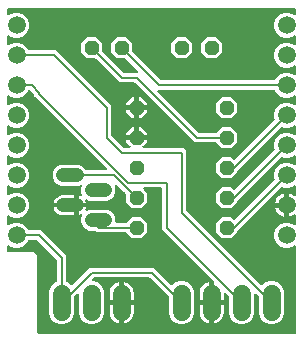
<source format=gbr>
G04 EAGLE Gerber RS-274X export*
G75*
%MOMM*%
%FSLAX34Y34*%
%LPD*%
%INTop Copper*%
%IPPOS*%
%AMOC8*
5,1,8,0,0,1.08239X$1,22.5*%
G01*
%ADD10C,1.143000*%
%ADD11P,1.319650X8X202.500000*%
%ADD12P,1.319650X8X22.500000*%
%ADD13C,1.500000*%
%ADD14C,1.524000*%
%ADD15C,0.203200*%

G36*
X387916Y659393D02*
X387916Y659393D01*
X387974Y659391D01*
X388056Y659413D01*
X388140Y659425D01*
X388193Y659449D01*
X388249Y659463D01*
X388322Y659506D01*
X388399Y659541D01*
X388444Y659579D01*
X388494Y659609D01*
X388552Y659670D01*
X388616Y659725D01*
X388648Y659773D01*
X388688Y659816D01*
X388727Y659891D01*
X388774Y659961D01*
X388791Y660017D01*
X388818Y660069D01*
X388829Y660137D01*
X388859Y660232D01*
X388862Y660332D01*
X388873Y660400D01*
X388873Y733454D01*
X388869Y733483D01*
X388872Y733512D01*
X388849Y733623D01*
X388833Y733736D01*
X388821Y733762D01*
X388816Y733791D01*
X388764Y733892D01*
X388717Y733995D01*
X388698Y734017D01*
X388685Y734043D01*
X388607Y734126D01*
X388534Y734212D01*
X388509Y734228D01*
X388489Y734250D01*
X388391Y734307D01*
X388297Y734370D01*
X388269Y734378D01*
X388244Y734393D01*
X388134Y734421D01*
X388026Y734455D01*
X387997Y734456D01*
X387968Y734463D01*
X387855Y734460D01*
X387742Y734463D01*
X387713Y734455D01*
X387684Y734454D01*
X387576Y734419D01*
X387467Y734391D01*
X387441Y734376D01*
X387413Y734367D01*
X387350Y734321D01*
X387222Y734246D01*
X387179Y734200D01*
X387140Y734172D01*
X386975Y734007D01*
X383098Y732401D01*
X378902Y732401D01*
X375025Y734007D01*
X372057Y736975D01*
X370451Y740852D01*
X370451Y745048D01*
X372057Y748925D01*
X375025Y751893D01*
X378902Y753499D01*
X383098Y753499D01*
X386975Y751893D01*
X387140Y751728D01*
X387164Y751710D01*
X387183Y751688D01*
X387277Y751625D01*
X387367Y751557D01*
X387395Y751547D01*
X387419Y751530D01*
X387527Y751496D01*
X387633Y751456D01*
X387662Y751454D01*
X387690Y751445D01*
X387803Y751442D01*
X387916Y751432D01*
X387945Y751438D01*
X387974Y751437D01*
X388084Y751466D01*
X388195Y751488D01*
X388221Y751502D01*
X388249Y751509D01*
X388347Y751567D01*
X388447Y751619D01*
X388469Y751639D01*
X388494Y751654D01*
X388571Y751737D01*
X388653Y751815D01*
X388668Y751840D01*
X388688Y751862D01*
X388740Y751962D01*
X388797Y752060D01*
X388804Y752089D01*
X388818Y752115D01*
X388831Y752192D01*
X388867Y752336D01*
X388865Y752398D01*
X388873Y752446D01*
X388873Y759667D01*
X388860Y759758D01*
X388857Y759850D01*
X388841Y759898D01*
X388833Y759948D01*
X388796Y760032D01*
X388767Y760119D01*
X388738Y760161D01*
X388717Y760208D01*
X388658Y760278D01*
X388606Y760354D01*
X388566Y760386D01*
X388534Y760425D01*
X388457Y760476D01*
X388386Y760534D01*
X388339Y760554D01*
X388297Y760582D01*
X388209Y760610D01*
X388125Y760646D01*
X388074Y760653D01*
X388026Y760668D01*
X387934Y760670D01*
X387843Y760682D01*
X387792Y760674D01*
X387742Y760675D01*
X387653Y760652D01*
X387562Y760638D01*
X387522Y760618D01*
X387467Y760603D01*
X387330Y760522D01*
X387261Y760488D01*
X386263Y759762D01*
X384854Y759045D01*
X383351Y758557D01*
X383031Y758506D01*
X383031Y767334D01*
X383023Y767392D01*
X383025Y767450D01*
X383003Y767532D01*
X382991Y767615D01*
X382967Y767669D01*
X382953Y767725D01*
X382910Y767798D01*
X382875Y767875D01*
X382837Y767919D01*
X382807Y767970D01*
X382746Y768027D01*
X382691Y768092D01*
X382643Y768124D01*
X382600Y768164D01*
X382525Y768203D01*
X382455Y768249D01*
X382399Y768267D01*
X382347Y768294D01*
X382279Y768305D01*
X382184Y768335D01*
X382084Y768338D01*
X382016Y768349D01*
X380999Y768349D01*
X380999Y768351D01*
X382016Y768351D01*
X382074Y768359D01*
X382132Y768358D01*
X382214Y768379D01*
X382297Y768391D01*
X382351Y768415D01*
X382407Y768429D01*
X382480Y768472D01*
X382557Y768507D01*
X382602Y768545D01*
X382652Y768575D01*
X382710Y768636D01*
X382774Y768691D01*
X382806Y768739D01*
X382846Y768782D01*
X382885Y768857D01*
X382931Y768927D01*
X382949Y768983D01*
X382976Y769035D01*
X382987Y769103D01*
X383017Y769198D01*
X383020Y769298D01*
X383031Y769366D01*
X383031Y778194D01*
X383351Y778143D01*
X384854Y777655D01*
X386263Y776938D01*
X387261Y776212D01*
X387342Y776169D01*
X387419Y776118D01*
X387468Y776102D01*
X387512Y776079D01*
X387602Y776060D01*
X387690Y776032D01*
X387741Y776031D01*
X387791Y776020D01*
X387882Y776027D01*
X387974Y776025D01*
X388024Y776038D01*
X388074Y776041D01*
X388160Y776073D01*
X388249Y776097D01*
X388293Y776122D01*
X388341Y776140D01*
X388415Y776195D01*
X388494Y776242D01*
X388529Y776279D01*
X388569Y776309D01*
X388625Y776382D01*
X388688Y776449D01*
X388712Y776494D01*
X388742Y776535D01*
X388776Y776620D01*
X388818Y776702D01*
X388825Y776746D01*
X388846Y776799D01*
X388861Y776957D01*
X388873Y777033D01*
X388873Y784254D01*
X388869Y784283D01*
X388872Y784312D01*
X388849Y784423D01*
X388833Y784536D01*
X388821Y784562D01*
X388816Y784591D01*
X388764Y784692D01*
X388717Y784795D01*
X388698Y784817D01*
X388685Y784843D01*
X388607Y784926D01*
X388534Y785012D01*
X388509Y785028D01*
X388489Y785050D01*
X388391Y785107D01*
X388297Y785170D01*
X388269Y785178D01*
X388244Y785193D01*
X388134Y785221D01*
X388026Y785255D01*
X387997Y785256D01*
X387968Y785263D01*
X387855Y785260D01*
X387742Y785263D01*
X387713Y785255D01*
X387684Y785254D01*
X387576Y785219D01*
X387467Y785191D01*
X387441Y785176D01*
X387413Y785167D01*
X387350Y785121D01*
X387222Y785046D01*
X387179Y785000D01*
X387140Y784972D01*
X386975Y784807D01*
X383098Y783201D01*
X378902Y783201D01*
X377618Y783733D01*
X377616Y783733D01*
X377615Y783734D01*
X377481Y783768D01*
X377343Y783804D01*
X377341Y783804D01*
X377339Y783804D01*
X377199Y783800D01*
X377058Y783796D01*
X377057Y783795D01*
X377055Y783795D01*
X376922Y783752D01*
X376788Y783709D01*
X376786Y783708D01*
X376785Y783708D01*
X376773Y783699D01*
X376551Y783551D01*
X376532Y783527D01*
X376511Y783513D01*
X339642Y746644D01*
X339590Y746574D01*
X339530Y746510D01*
X339504Y746461D01*
X339471Y746416D01*
X339440Y746335D01*
X339400Y746257D01*
X339392Y746209D01*
X339370Y746151D01*
X339358Y746003D01*
X339345Y745926D01*
X339345Y745512D01*
X333988Y740155D01*
X326412Y740155D01*
X321055Y745512D01*
X321055Y753088D01*
X326412Y758445D01*
X333988Y758445D01*
X336249Y756183D01*
X336296Y756148D01*
X336336Y756106D01*
X336409Y756063D01*
X336476Y756012D01*
X336531Y755992D01*
X336581Y755962D01*
X336663Y755941D01*
X336742Y755911D01*
X336800Y755906D01*
X336857Y755892D01*
X336941Y755895D01*
X337025Y755888D01*
X337083Y755899D01*
X337141Y755901D01*
X337221Y755927D01*
X337304Y755944D01*
X337356Y755971D01*
X337412Y755989D01*
X337468Y756029D01*
X337556Y756075D01*
X337629Y756143D01*
X337685Y756183D01*
X370763Y789261D01*
X370764Y789263D01*
X370765Y789264D01*
X370854Y789382D01*
X370934Y789489D01*
X370934Y789490D01*
X370935Y789491D01*
X370986Y789625D01*
X371035Y789754D01*
X371035Y789756D01*
X371036Y789757D01*
X371047Y789902D01*
X371059Y790038D01*
X371058Y790039D01*
X371059Y790041D01*
X371055Y790056D01*
X371003Y790316D01*
X370989Y790343D01*
X370983Y790368D01*
X370451Y791652D01*
X370451Y795848D01*
X372057Y799725D01*
X375025Y802693D01*
X378902Y804299D01*
X383098Y804299D01*
X386975Y802693D01*
X387140Y802528D01*
X387164Y802510D01*
X387183Y802488D01*
X387277Y802425D01*
X387367Y802357D01*
X387395Y802347D01*
X387419Y802330D01*
X387527Y802296D01*
X387633Y802256D01*
X387662Y802254D01*
X387690Y802245D01*
X387803Y802242D01*
X387916Y802232D01*
X387945Y802238D01*
X387974Y802237D01*
X388084Y802266D01*
X388195Y802288D01*
X388221Y802302D01*
X388249Y802309D01*
X388347Y802367D01*
X388447Y802419D01*
X388469Y802439D01*
X388494Y802454D01*
X388571Y802537D01*
X388653Y802615D01*
X388668Y802640D01*
X388688Y802662D01*
X388740Y802762D01*
X388797Y802860D01*
X388804Y802889D01*
X388818Y802915D01*
X388831Y802992D01*
X388867Y803136D01*
X388865Y803198D01*
X388873Y803246D01*
X388873Y809654D01*
X388869Y809683D01*
X388872Y809712D01*
X388866Y809740D01*
X388867Y809758D01*
X388849Y809825D01*
X388833Y809936D01*
X388821Y809962D01*
X388816Y809991D01*
X388796Y810030D01*
X388795Y810033D01*
X388788Y810045D01*
X388764Y810092D01*
X388717Y810195D01*
X388698Y810217D01*
X388685Y810243D01*
X388607Y810326D01*
X388534Y810412D01*
X388509Y810428D01*
X388489Y810450D01*
X388391Y810507D01*
X388297Y810570D01*
X388269Y810578D01*
X388244Y810593D01*
X388134Y810621D01*
X388026Y810655D01*
X387997Y810656D01*
X387968Y810663D01*
X387855Y810660D01*
X387742Y810663D01*
X387713Y810655D01*
X387684Y810654D01*
X387576Y810619D01*
X387572Y810618D01*
X387564Y810617D01*
X387559Y810615D01*
X387467Y810591D01*
X387441Y810576D01*
X387413Y810567D01*
X387350Y810521D01*
X387348Y810520D01*
X387305Y810501D01*
X387280Y810480D01*
X387222Y810446D01*
X387179Y810400D01*
X387140Y810372D01*
X386975Y810207D01*
X383098Y808601D01*
X378902Y808601D01*
X377618Y809133D01*
X377616Y809133D01*
X377615Y809134D01*
X377479Y809169D01*
X377342Y809204D01*
X377341Y809204D01*
X377339Y809204D01*
X377199Y809200D01*
X377058Y809196D01*
X377057Y809195D01*
X377055Y809195D01*
X376922Y809152D01*
X376788Y809109D01*
X376786Y809108D01*
X376785Y809108D01*
X376773Y809099D01*
X376551Y808951D01*
X376532Y808927D01*
X376511Y808913D01*
X340912Y773314D01*
X339642Y772044D01*
X339590Y771974D01*
X339530Y771910D01*
X339504Y771861D01*
X339471Y771817D01*
X339440Y771735D01*
X339400Y771657D01*
X339392Y771609D01*
X339370Y771551D01*
X339358Y771403D01*
X339345Y771326D01*
X339345Y770912D01*
X333988Y765555D01*
X326412Y765555D01*
X321055Y770912D01*
X321055Y778488D01*
X326412Y783845D01*
X333988Y783845D01*
X336249Y781583D01*
X336296Y781548D01*
X336336Y781506D01*
X336409Y781463D01*
X336476Y781412D01*
X336531Y781392D01*
X336581Y781362D01*
X336663Y781341D01*
X336742Y781311D01*
X336800Y781306D01*
X336857Y781292D01*
X336941Y781295D01*
X337025Y781288D01*
X337083Y781299D01*
X337141Y781301D01*
X337221Y781327D01*
X337304Y781344D01*
X337356Y781371D01*
X337412Y781389D01*
X337468Y781429D01*
X337556Y781475D01*
X337629Y781543D01*
X337685Y781583D01*
X370763Y814661D01*
X370764Y814663D01*
X370765Y814664D01*
X370853Y814781D01*
X370934Y814889D01*
X370934Y814890D01*
X370935Y814891D01*
X370986Y815026D01*
X371035Y815154D01*
X371035Y815156D01*
X371036Y815157D01*
X371047Y815302D01*
X371059Y815438D01*
X371058Y815439D01*
X371059Y815441D01*
X371055Y815456D01*
X371003Y815716D01*
X370989Y815743D01*
X370983Y815768D01*
X370451Y817052D01*
X370451Y821248D01*
X372057Y825125D01*
X375025Y828093D01*
X378902Y829699D01*
X383098Y829699D01*
X386975Y828093D01*
X387140Y827928D01*
X387164Y827910D01*
X387183Y827888D01*
X387277Y827825D01*
X387367Y827757D01*
X387395Y827747D01*
X387419Y827730D01*
X387527Y827696D01*
X387633Y827656D01*
X387662Y827654D01*
X387690Y827645D01*
X387803Y827642D01*
X387916Y827632D01*
X387945Y827638D01*
X387974Y827637D01*
X388084Y827666D01*
X388195Y827688D01*
X388221Y827702D01*
X388249Y827709D01*
X388347Y827767D01*
X388447Y827819D01*
X388469Y827839D01*
X388494Y827854D01*
X388571Y827937D01*
X388653Y828015D01*
X388668Y828040D01*
X388688Y828062D01*
X388740Y828162D01*
X388797Y828260D01*
X388804Y828289D01*
X388818Y828315D01*
X388831Y828392D01*
X388867Y828536D01*
X388865Y828598D01*
X388873Y828646D01*
X388873Y835054D01*
X388869Y835083D01*
X388872Y835112D01*
X388867Y835138D01*
X388867Y835139D01*
X388865Y835146D01*
X388849Y835223D01*
X388833Y835336D01*
X388821Y835362D01*
X388816Y835391D01*
X388764Y835492D01*
X388717Y835595D01*
X388698Y835617D01*
X388685Y835643D01*
X388607Y835726D01*
X388534Y835812D01*
X388509Y835828D01*
X388489Y835850D01*
X388391Y835907D01*
X388297Y835970D01*
X388269Y835978D01*
X388244Y835993D01*
X388134Y836021D01*
X388026Y836055D01*
X387997Y836056D01*
X387968Y836063D01*
X387855Y836060D01*
X387742Y836063D01*
X387713Y836055D01*
X387684Y836054D01*
X387576Y836019D01*
X387467Y835991D01*
X387441Y835976D01*
X387413Y835967D01*
X387350Y835921D01*
X387222Y835846D01*
X387179Y835800D01*
X387140Y835772D01*
X386975Y835607D01*
X383098Y834001D01*
X378902Y834001D01*
X377618Y834533D01*
X377616Y834533D01*
X377615Y834534D01*
X377479Y834569D01*
X377342Y834604D01*
X377341Y834604D01*
X377339Y834604D01*
X377199Y834600D01*
X377058Y834596D01*
X377057Y834595D01*
X377055Y834595D01*
X376922Y834552D01*
X376788Y834509D01*
X376786Y834508D01*
X376785Y834508D01*
X376773Y834499D01*
X376551Y834351D01*
X376532Y834327D01*
X376511Y834313D01*
X340912Y798714D01*
X339642Y797444D01*
X339590Y797374D01*
X339530Y797310D01*
X339504Y797261D01*
X339471Y797217D01*
X339440Y797135D01*
X339400Y797057D01*
X339392Y797009D01*
X339370Y796951D01*
X339358Y796803D01*
X339345Y796726D01*
X339345Y796312D01*
X333988Y790955D01*
X326412Y790955D01*
X321055Y796312D01*
X321055Y803888D01*
X326412Y809245D01*
X333988Y809245D01*
X336249Y806983D01*
X336296Y806948D01*
X336336Y806906D01*
X336409Y806863D01*
X336476Y806812D01*
X336531Y806792D01*
X336581Y806762D01*
X336663Y806741D01*
X336742Y806711D01*
X336800Y806706D01*
X336857Y806692D01*
X336941Y806695D01*
X337025Y806688D01*
X337083Y806699D01*
X337141Y806701D01*
X337221Y806727D01*
X337304Y806744D01*
X337356Y806771D01*
X337412Y806789D01*
X337468Y806829D01*
X337556Y806875D01*
X337629Y806943D01*
X337685Y806983D01*
X370763Y840061D01*
X370764Y840063D01*
X370765Y840064D01*
X370853Y840181D01*
X370934Y840289D01*
X370934Y840290D01*
X370935Y840291D01*
X370984Y840421D01*
X371035Y840554D01*
X371035Y840556D01*
X371036Y840557D01*
X371047Y840702D01*
X371059Y840838D01*
X371058Y840839D01*
X371059Y840841D01*
X371055Y840856D01*
X371003Y841116D01*
X370989Y841143D01*
X370983Y841168D01*
X370451Y842452D01*
X370451Y846648D01*
X372057Y850525D01*
X375025Y853493D01*
X378902Y855099D01*
X383098Y855099D01*
X386975Y853493D01*
X387140Y853328D01*
X387164Y853310D01*
X387183Y853288D01*
X387277Y853225D01*
X387367Y853157D01*
X387395Y853147D01*
X387419Y853130D01*
X387527Y853096D01*
X387633Y853056D01*
X387662Y853054D01*
X387690Y853045D01*
X387803Y853042D01*
X387916Y853032D01*
X387945Y853038D01*
X387974Y853037D01*
X388084Y853066D01*
X388195Y853088D01*
X388221Y853102D01*
X388249Y853109D01*
X388347Y853167D01*
X388447Y853219D01*
X388469Y853239D01*
X388494Y853254D01*
X388571Y853337D01*
X388653Y853415D01*
X388668Y853440D01*
X388688Y853462D01*
X388740Y853562D01*
X388797Y853660D01*
X388804Y853689D01*
X388818Y853715D01*
X388831Y853792D01*
X388867Y853936D01*
X388865Y853998D01*
X388873Y854046D01*
X388873Y860454D01*
X388869Y860483D01*
X388872Y860512D01*
X388849Y860623D01*
X388833Y860736D01*
X388821Y860762D01*
X388816Y860791D01*
X388764Y860892D01*
X388717Y860995D01*
X388698Y861017D01*
X388685Y861043D01*
X388607Y861126D01*
X388534Y861212D01*
X388509Y861228D01*
X388489Y861250D01*
X388391Y861307D01*
X388297Y861370D01*
X388269Y861378D01*
X388244Y861393D01*
X388134Y861421D01*
X388026Y861455D01*
X387997Y861456D01*
X387968Y861463D01*
X387855Y861460D01*
X387742Y861463D01*
X387713Y861455D01*
X387684Y861454D01*
X387576Y861419D01*
X387467Y861391D01*
X387441Y861376D01*
X387413Y861367D01*
X387350Y861321D01*
X387222Y861246D01*
X387179Y861200D01*
X387140Y861172D01*
X386975Y861007D01*
X383098Y859401D01*
X378902Y859401D01*
X375025Y861007D01*
X372057Y863975D01*
X371525Y865259D01*
X371525Y865260D01*
X371524Y865261D01*
X371453Y865382D01*
X371381Y865503D01*
X371380Y865504D01*
X371379Y865506D01*
X371275Y865603D01*
X371174Y865699D01*
X371173Y865699D01*
X371172Y865700D01*
X371046Y865765D01*
X370921Y865829D01*
X370920Y865829D01*
X370918Y865830D01*
X370904Y865832D01*
X370643Y865884D01*
X370612Y865881D01*
X370587Y865885D01*
X272614Y865885D01*
X272585Y865881D01*
X272556Y865884D01*
X272445Y865861D01*
X272333Y865845D01*
X272306Y865833D01*
X272277Y865828D01*
X272177Y865776D01*
X272073Y865729D01*
X272051Y865710D01*
X272025Y865697D01*
X271943Y865619D01*
X271856Y865546D01*
X271840Y865521D01*
X271819Y865501D01*
X271761Y865403D01*
X271699Y865309D01*
X271690Y865281D01*
X271675Y865256D01*
X271647Y865146D01*
X271613Y865038D01*
X271612Y865008D01*
X271605Y864980D01*
X271608Y864867D01*
X271606Y864754D01*
X271613Y864725D01*
X271614Y864696D01*
X271649Y864588D01*
X271677Y864479D01*
X271692Y864453D01*
X271701Y864425D01*
X271747Y864362D01*
X271823Y864234D01*
X271868Y864191D01*
X271896Y864152D01*
X306186Y829862D01*
X306256Y829810D01*
X306320Y829750D01*
X306369Y829724D01*
X306414Y829691D01*
X306495Y829660D01*
X306573Y829620D01*
X306621Y829612D01*
X306679Y829590D01*
X306827Y829578D01*
X306904Y829565D01*
X320912Y829565D01*
X320998Y829577D01*
X321086Y829580D01*
X321138Y829597D01*
X321193Y829605D01*
X321273Y829640D01*
X321356Y829667D01*
X321395Y829695D01*
X321453Y829721D01*
X321566Y829817D01*
X321629Y829862D01*
X326412Y834645D01*
X333988Y834645D01*
X339345Y829288D01*
X339345Y821712D01*
X333988Y816355D01*
X326412Y816355D01*
X321629Y821138D01*
X321560Y821190D01*
X321496Y821250D01*
X321446Y821276D01*
X321402Y821309D01*
X321321Y821340D01*
X321243Y821380D01*
X321195Y821388D01*
X321137Y821410D01*
X320989Y821422D01*
X320912Y821435D01*
X303116Y821435D01*
X252614Y871938D01*
X252544Y871990D01*
X252480Y872050D01*
X252431Y872076D01*
X252386Y872109D01*
X252305Y872140D01*
X252227Y872180D01*
X252179Y872188D01*
X252121Y872210D01*
X251973Y872222D01*
X251896Y872235D01*
X239616Y872235D01*
X219594Y892258D01*
X219524Y892310D01*
X219460Y892370D01*
X219411Y892396D01*
X219367Y892429D01*
X219285Y892460D01*
X219207Y892500D01*
X219159Y892508D01*
X219101Y892530D01*
X218953Y892542D01*
X218876Y892555D01*
X212112Y892555D01*
X206755Y897912D01*
X206755Y905488D01*
X212112Y910845D01*
X219688Y910845D01*
X225045Y905488D01*
X225045Y898724D01*
X225057Y898638D01*
X225060Y898550D01*
X225077Y898497D01*
X225085Y898443D01*
X225120Y898363D01*
X225147Y898280D01*
X225175Y898240D01*
X225201Y898183D01*
X225297Y898070D01*
X225342Y898006D01*
X242686Y880662D01*
X242756Y880610D01*
X242820Y880550D01*
X242869Y880524D01*
X242914Y880491D01*
X242995Y880460D01*
X243073Y880420D01*
X243121Y880412D01*
X243179Y880390D01*
X243327Y880378D01*
X243404Y880365D01*
X254436Y880365D01*
X254465Y880369D01*
X254494Y880366D01*
X254605Y880389D01*
X254717Y880405D01*
X254744Y880417D01*
X254773Y880422D01*
X254873Y880474D01*
X254977Y880521D01*
X254999Y880540D01*
X255025Y880553D01*
X255107Y880631D01*
X255194Y880704D01*
X255210Y880729D01*
X255231Y880749D01*
X255289Y880847D01*
X255351Y880941D01*
X255360Y880969D01*
X255375Y880994D01*
X255403Y881104D01*
X255437Y881212D01*
X255438Y881242D01*
X255445Y881270D01*
X255442Y881383D01*
X255444Y881496D01*
X255437Y881525D01*
X255436Y881554D01*
X255401Y881662D01*
X255373Y881771D01*
X255358Y881797D01*
X255349Y881825D01*
X255303Y881888D01*
X255227Y882016D01*
X255182Y882059D01*
X255154Y882098D01*
X244994Y892258D01*
X244924Y892310D01*
X244860Y892370D01*
X244811Y892396D01*
X244767Y892429D01*
X244685Y892460D01*
X244607Y892500D01*
X244559Y892508D01*
X244501Y892530D01*
X244353Y892542D01*
X244276Y892555D01*
X237512Y892555D01*
X232155Y897912D01*
X232155Y905488D01*
X237512Y910845D01*
X245088Y910845D01*
X250445Y905488D01*
X250445Y898724D01*
X250457Y898638D01*
X250460Y898550D01*
X250477Y898497D01*
X250485Y898443D01*
X250520Y898363D01*
X250547Y898280D01*
X250575Y898240D01*
X250601Y898183D01*
X250697Y898070D01*
X250742Y898006D01*
X274436Y874312D01*
X274506Y874260D01*
X274570Y874200D01*
X274619Y874174D01*
X274664Y874141D01*
X274745Y874110D01*
X274823Y874070D01*
X274871Y874062D01*
X274929Y874040D01*
X275077Y874028D01*
X275154Y874015D01*
X370587Y874015D01*
X370589Y874015D01*
X370591Y874015D01*
X370731Y874035D01*
X370869Y874055D01*
X370870Y874055D01*
X370872Y874055D01*
X370998Y874112D01*
X371128Y874171D01*
X371130Y874172D01*
X371131Y874173D01*
X371238Y874264D01*
X371345Y874354D01*
X371346Y874356D01*
X371347Y874357D01*
X371356Y874370D01*
X371503Y874591D01*
X371512Y874620D01*
X371525Y874641D01*
X372057Y875925D01*
X375025Y878893D01*
X378902Y880499D01*
X383098Y880499D01*
X386975Y878893D01*
X387140Y878728D01*
X387164Y878710D01*
X387183Y878688D01*
X387277Y878625D01*
X387367Y878557D01*
X387395Y878547D01*
X387419Y878530D01*
X387527Y878496D01*
X387633Y878456D01*
X387662Y878454D01*
X387690Y878445D01*
X387803Y878442D01*
X387916Y878432D01*
X387945Y878438D01*
X387974Y878437D01*
X388084Y878466D01*
X388195Y878488D01*
X388221Y878502D01*
X388249Y878509D01*
X388347Y878567D01*
X388447Y878619D01*
X388469Y878639D01*
X388494Y878654D01*
X388571Y878737D01*
X388653Y878815D01*
X388668Y878840D01*
X388688Y878862D01*
X388740Y878962D01*
X388797Y879060D01*
X388804Y879089D01*
X388818Y879115D01*
X388831Y879192D01*
X388867Y879336D01*
X388865Y879398D01*
X388873Y879446D01*
X388873Y885854D01*
X388869Y885883D01*
X388872Y885912D01*
X388849Y886023D01*
X388833Y886136D01*
X388821Y886162D01*
X388816Y886191D01*
X388764Y886292D01*
X388717Y886395D01*
X388698Y886417D01*
X388685Y886443D01*
X388607Y886526D01*
X388534Y886612D01*
X388509Y886628D01*
X388489Y886650D01*
X388391Y886707D01*
X388297Y886770D01*
X388269Y886778D01*
X388244Y886793D01*
X388134Y886821D01*
X388026Y886855D01*
X387997Y886856D01*
X387968Y886863D01*
X387855Y886860D01*
X387742Y886863D01*
X387713Y886855D01*
X387684Y886854D01*
X387576Y886819D01*
X387467Y886791D01*
X387441Y886776D01*
X387413Y886767D01*
X387350Y886721D01*
X387222Y886646D01*
X387179Y886600D01*
X387140Y886572D01*
X386975Y886407D01*
X383098Y884801D01*
X378902Y884801D01*
X375025Y886407D01*
X372057Y889375D01*
X370451Y893252D01*
X370451Y897448D01*
X372057Y901325D01*
X375025Y904293D01*
X378902Y905899D01*
X383098Y905899D01*
X386975Y904293D01*
X387140Y904128D01*
X387164Y904110D01*
X387183Y904088D01*
X387277Y904025D01*
X387367Y903957D01*
X387395Y903947D01*
X387419Y903930D01*
X387527Y903896D01*
X387633Y903856D01*
X387662Y903854D01*
X387690Y903845D01*
X387803Y903842D01*
X387916Y903832D01*
X387945Y903838D01*
X387974Y903837D01*
X388084Y903866D01*
X388195Y903888D01*
X388221Y903902D01*
X388249Y903909D01*
X388347Y903967D01*
X388447Y904019D01*
X388469Y904039D01*
X388494Y904054D01*
X388571Y904137D01*
X388653Y904215D01*
X388668Y904240D01*
X388688Y904262D01*
X388740Y904362D01*
X388797Y904460D01*
X388804Y904489D01*
X388818Y904515D01*
X388831Y904592D01*
X388867Y904736D01*
X388865Y904798D01*
X388873Y904846D01*
X388873Y911254D01*
X388869Y911283D01*
X388872Y911312D01*
X388849Y911423D01*
X388833Y911536D01*
X388821Y911562D01*
X388816Y911591D01*
X388764Y911692D01*
X388717Y911795D01*
X388698Y911817D01*
X388685Y911843D01*
X388607Y911926D01*
X388534Y912012D01*
X388509Y912028D01*
X388489Y912050D01*
X388391Y912107D01*
X388297Y912170D01*
X388269Y912178D01*
X388244Y912193D01*
X388134Y912221D01*
X388026Y912255D01*
X387997Y912256D01*
X387968Y912263D01*
X387855Y912260D01*
X387742Y912263D01*
X387713Y912255D01*
X387684Y912254D01*
X387576Y912219D01*
X387467Y912191D01*
X387441Y912176D01*
X387413Y912167D01*
X387350Y912121D01*
X387222Y912046D01*
X387179Y912000D01*
X387140Y911972D01*
X386975Y911807D01*
X383098Y910201D01*
X378902Y910201D01*
X375025Y911807D01*
X372057Y914775D01*
X370451Y918652D01*
X370451Y922848D01*
X372057Y926725D01*
X375025Y929693D01*
X378902Y931299D01*
X383098Y931299D01*
X386975Y929693D01*
X387140Y929528D01*
X387164Y929510D01*
X387183Y929488D01*
X387277Y929425D01*
X387367Y929357D01*
X387395Y929347D01*
X387419Y929330D01*
X387527Y929296D01*
X387633Y929256D01*
X387662Y929254D01*
X387690Y929245D01*
X387803Y929242D01*
X387916Y929232D01*
X387945Y929238D01*
X387974Y929237D01*
X388084Y929266D01*
X388195Y929288D01*
X388221Y929302D01*
X388249Y929309D01*
X388347Y929367D01*
X388447Y929419D01*
X388469Y929439D01*
X388494Y929454D01*
X388571Y929537D01*
X388653Y929615D01*
X388668Y929640D01*
X388688Y929662D01*
X388740Y929762D01*
X388797Y929860D01*
X388804Y929889D01*
X388818Y929915D01*
X388831Y929992D01*
X388867Y930136D01*
X388865Y930198D01*
X388873Y930246D01*
X388873Y933958D01*
X388865Y934016D01*
X388867Y934074D01*
X388845Y934156D01*
X388833Y934240D01*
X388810Y934293D01*
X388795Y934349D01*
X388752Y934422D01*
X388717Y934499D01*
X388679Y934544D01*
X388650Y934594D01*
X388588Y934652D01*
X388534Y934716D01*
X388485Y934748D01*
X388442Y934788D01*
X388367Y934827D01*
X388297Y934874D01*
X388241Y934891D01*
X388189Y934918D01*
X388121Y934929D01*
X388026Y934959D01*
X387926Y934962D01*
X387858Y934973D01*
X145542Y934973D01*
X145484Y934965D01*
X145426Y934967D01*
X145344Y934945D01*
X145260Y934933D01*
X145207Y934910D01*
X145151Y934895D01*
X145078Y934852D01*
X145001Y934817D01*
X144956Y934779D01*
X144906Y934750D01*
X144848Y934688D01*
X144784Y934634D01*
X144752Y934585D01*
X144712Y934542D01*
X144673Y934467D01*
X144626Y934397D01*
X144609Y934341D01*
X144582Y934289D01*
X144571Y934221D01*
X144541Y934126D01*
X144538Y934026D01*
X144527Y933958D01*
X144527Y930246D01*
X144531Y930217D01*
X144528Y930188D01*
X144551Y930077D01*
X144567Y929964D01*
X144579Y929938D01*
X144584Y929909D01*
X144636Y929808D01*
X144683Y929705D01*
X144702Y929683D01*
X144715Y929657D01*
X144793Y929574D01*
X144866Y929488D01*
X144891Y929472D01*
X144911Y929450D01*
X145009Y929393D01*
X145103Y929330D01*
X145131Y929322D01*
X145156Y929307D01*
X145266Y929279D01*
X145374Y929245D01*
X145403Y929244D01*
X145432Y929237D01*
X145545Y929240D01*
X145658Y929237D01*
X145687Y929245D01*
X145716Y929246D01*
X145824Y929281D01*
X145933Y929309D01*
X145959Y929324D01*
X145987Y929333D01*
X146050Y929379D01*
X146178Y929454D01*
X146221Y929500D01*
X146260Y929528D01*
X146425Y929693D01*
X150302Y931299D01*
X154498Y931299D01*
X158375Y929693D01*
X161343Y926725D01*
X162949Y922848D01*
X162949Y918652D01*
X161343Y914775D01*
X158375Y911807D01*
X154498Y910201D01*
X150302Y910201D01*
X146425Y911807D01*
X146260Y911972D01*
X146236Y911990D01*
X146217Y912012D01*
X146123Y912075D01*
X146033Y912143D01*
X146005Y912153D01*
X145981Y912170D01*
X145873Y912204D01*
X145767Y912244D01*
X145738Y912246D01*
X145710Y912255D01*
X145597Y912258D01*
X145484Y912268D01*
X145455Y912262D01*
X145426Y912263D01*
X145316Y912234D01*
X145205Y912212D01*
X145179Y912198D01*
X145151Y912191D01*
X145053Y912133D01*
X144953Y912081D01*
X144931Y912061D01*
X144906Y912046D01*
X144829Y911963D01*
X144747Y911885D01*
X144732Y911860D01*
X144712Y911838D01*
X144660Y911738D01*
X144603Y911640D01*
X144596Y911611D01*
X144582Y911585D01*
X144569Y911508D01*
X144533Y911364D01*
X144535Y911302D01*
X144527Y911254D01*
X144527Y904846D01*
X144531Y904817D01*
X144528Y904788D01*
X144551Y904677D01*
X144567Y904564D01*
X144579Y904538D01*
X144584Y904509D01*
X144636Y904408D01*
X144683Y904305D01*
X144702Y904283D01*
X144715Y904257D01*
X144793Y904174D01*
X144866Y904088D01*
X144891Y904072D01*
X144911Y904050D01*
X145009Y903993D01*
X145103Y903930D01*
X145131Y903922D01*
X145156Y903907D01*
X145266Y903879D01*
X145374Y903845D01*
X145403Y903844D01*
X145432Y903837D01*
X145545Y903840D01*
X145658Y903837D01*
X145687Y903845D01*
X145716Y903846D01*
X145824Y903881D01*
X145933Y903909D01*
X145959Y903924D01*
X145987Y903933D01*
X146050Y903979D01*
X146178Y904054D01*
X146221Y904100D01*
X146260Y904128D01*
X146425Y904293D01*
X150302Y905899D01*
X154498Y905899D01*
X158375Y904293D01*
X161343Y901325D01*
X161875Y900041D01*
X161875Y900040D01*
X161876Y900039D01*
X161947Y899918D01*
X162019Y899797D01*
X162020Y899796D01*
X162021Y899794D01*
X162125Y899697D01*
X162226Y899601D01*
X162227Y899601D01*
X162228Y899600D01*
X162354Y899535D01*
X162479Y899471D01*
X162480Y899471D01*
X162482Y899470D01*
X162496Y899468D01*
X162757Y899416D01*
X162788Y899419D01*
X162813Y899415D01*
X185834Y899415D01*
X232665Y852584D01*
X232665Y827604D01*
X232677Y827518D01*
X232680Y827430D01*
X232697Y827378D01*
X232705Y827323D01*
X232740Y827243D01*
X232767Y827160D01*
X232795Y827120D01*
X232821Y827063D01*
X232917Y826950D01*
X232962Y826886D01*
X242686Y817162D01*
X242756Y817110D01*
X242820Y817050D01*
X242869Y817024D01*
X242914Y816991D01*
X242995Y816960D01*
X243073Y816920D01*
X243121Y816912D01*
X243179Y816890D01*
X243327Y816878D01*
X243404Y816865D01*
X247970Y816865D01*
X247999Y816869D01*
X248028Y816866D01*
X248139Y816889D01*
X248252Y816905D01*
X248278Y816917D01*
X248307Y816922D01*
X248408Y816974D01*
X248511Y817021D01*
X248533Y817040D01*
X248559Y817053D01*
X248641Y817131D01*
X248728Y817204D01*
X248744Y817229D01*
X248766Y817249D01*
X248823Y817347D01*
X248886Y817441D01*
X248894Y817469D01*
X248909Y817494D01*
X248937Y817604D01*
X248971Y817712D01*
X248972Y817742D01*
X248979Y817770D01*
X248976Y817883D01*
X248979Y817996D01*
X248971Y818025D01*
X248970Y818054D01*
X248935Y818162D01*
X248907Y818271D01*
X248892Y818297D01*
X248883Y818325D01*
X248837Y818388D01*
X248762Y818516D01*
X248716Y818559D01*
X248688Y818598D01*
X245363Y821923D01*
X245363Y823469D01*
X252984Y823469D01*
X253042Y823477D01*
X253100Y823475D01*
X253182Y823497D01*
X253265Y823509D01*
X253319Y823533D01*
X253375Y823547D01*
X253448Y823590D01*
X253525Y823625D01*
X253569Y823663D01*
X253620Y823693D01*
X253677Y823754D01*
X253742Y823809D01*
X253774Y823857D01*
X253814Y823900D01*
X253853Y823975D01*
X253899Y824045D01*
X253917Y824101D01*
X253944Y824153D01*
X253955Y824221D01*
X253985Y824316D01*
X253988Y824416D01*
X253999Y824484D01*
X253999Y825501D01*
X254001Y825501D01*
X254001Y824484D01*
X254009Y824426D01*
X254008Y824368D01*
X254029Y824286D01*
X254041Y824203D01*
X254065Y824149D01*
X254079Y824093D01*
X254122Y824020D01*
X254157Y823943D01*
X254195Y823898D01*
X254225Y823848D01*
X254286Y823790D01*
X254341Y823726D01*
X254389Y823694D01*
X254432Y823654D01*
X254507Y823615D01*
X254577Y823569D01*
X254633Y823551D01*
X254685Y823524D01*
X254753Y823513D01*
X254848Y823483D01*
X254948Y823480D01*
X255016Y823469D01*
X262637Y823469D01*
X262637Y821923D01*
X259312Y818598D01*
X259294Y818574D01*
X259272Y818555D01*
X259209Y818461D01*
X259141Y818371D01*
X259131Y818343D01*
X259114Y818319D01*
X259080Y818211D01*
X259040Y818105D01*
X259037Y818076D01*
X259029Y818048D01*
X259026Y817934D01*
X259016Y817822D01*
X259022Y817793D01*
X259021Y817764D01*
X259050Y817654D01*
X259072Y817543D01*
X259086Y817517D01*
X259093Y817489D01*
X259151Y817391D01*
X259203Y817291D01*
X259223Y817269D01*
X259238Y817244D01*
X259321Y817167D01*
X259399Y817085D01*
X259424Y817070D01*
X259446Y817050D01*
X259547Y816998D01*
X259644Y816941D01*
X259673Y816934D01*
X259699Y816920D01*
X259776Y816907D01*
X259920Y816871D01*
X259982Y816873D01*
X260030Y816865D01*
X293784Y816865D01*
X296165Y814484D01*
X296165Y764104D01*
X296177Y764018D01*
X296180Y763930D01*
X296197Y763878D01*
X296205Y763823D01*
X296240Y763743D01*
X296267Y763660D01*
X296295Y763620D01*
X296321Y763563D01*
X296417Y763450D01*
X296462Y763386D01*
X359102Y700746D01*
X359149Y700711D01*
X359189Y700668D01*
X359262Y700626D01*
X359330Y700575D01*
X359384Y700554D01*
X359435Y700525D01*
X359516Y700504D01*
X359595Y700474D01*
X359654Y700469D01*
X359710Y700455D01*
X359794Y700457D01*
X359879Y700450D01*
X359936Y700462D01*
X359994Y700464D01*
X360075Y700490D01*
X360157Y700506D01*
X360209Y700533D01*
X360265Y700551D01*
X360321Y700591D01*
X360410Y700637D01*
X360482Y700706D01*
X360538Y700746D01*
X362257Y702465D01*
X366178Y704089D01*
X370422Y704089D01*
X374343Y702464D01*
X377344Y699463D01*
X378969Y695542D01*
X378969Y676058D01*
X377344Y672137D01*
X374343Y669136D01*
X370422Y667511D01*
X366178Y667511D01*
X362257Y669136D01*
X359256Y672137D01*
X357631Y676058D01*
X357631Y690300D01*
X357619Y690386D01*
X357616Y690474D01*
X357599Y690526D01*
X357591Y690581D01*
X357556Y690661D01*
X357529Y690744D01*
X357501Y690784D01*
X357475Y690841D01*
X357379Y690954D01*
X357334Y691018D01*
X355302Y693050D01*
X355278Y693067D01*
X355259Y693090D01*
X355165Y693153D01*
X355075Y693221D01*
X355047Y693231D01*
X355023Y693247D01*
X354915Y693282D01*
X354809Y693322D01*
X354780Y693324D01*
X354752Y693333D01*
X354638Y693336D01*
X354526Y693345D01*
X354497Y693340D01*
X354468Y693340D01*
X354358Y693312D01*
X354247Y693290D01*
X354221Y693276D01*
X354193Y693269D01*
X354095Y693211D01*
X353995Y693159D01*
X353973Y693138D01*
X353948Y693123D01*
X353871Y693041D01*
X353789Y692963D01*
X353774Y692937D01*
X353754Y692916D01*
X353702Y692815D01*
X353645Y692717D01*
X353638Y692689D01*
X353624Y692663D01*
X353611Y692586D01*
X353575Y692442D01*
X353577Y692379D01*
X353569Y692332D01*
X353569Y676058D01*
X351944Y672137D01*
X348943Y669136D01*
X345022Y667511D01*
X340778Y667511D01*
X336857Y669136D01*
X333856Y672137D01*
X332231Y676058D01*
X332231Y690300D01*
X332219Y690386D01*
X332216Y690474D01*
X332199Y690526D01*
X332191Y690581D01*
X332156Y690661D01*
X332129Y690744D01*
X332101Y690784D01*
X332075Y690841D01*
X331979Y690954D01*
X331934Y691018D01*
X329394Y693558D01*
X329370Y693575D01*
X329351Y693598D01*
X329257Y693661D01*
X329167Y693729D01*
X329139Y693739D01*
X329115Y693755D01*
X329007Y693790D01*
X328901Y693830D01*
X328872Y693832D01*
X328844Y693841D01*
X328730Y693844D01*
X328618Y693853D01*
X328589Y693848D01*
X328560Y693848D01*
X328450Y693820D01*
X328339Y693798D01*
X328313Y693784D01*
X328285Y693777D01*
X328187Y693719D01*
X328087Y693667D01*
X328065Y693646D01*
X328040Y693631D01*
X327963Y693549D01*
X327881Y693471D01*
X327866Y693445D01*
X327846Y693424D01*
X327794Y693323D01*
X327737Y693225D01*
X327730Y693197D01*
X327716Y693171D01*
X327703Y693094D01*
X327667Y692950D01*
X327669Y692887D01*
X327661Y692840D01*
X327661Y687831D01*
X319531Y687831D01*
X319531Y703000D01*
X319519Y703086D01*
X319516Y703174D01*
X319499Y703227D01*
X319491Y703281D01*
X319456Y703361D01*
X319429Y703444D01*
X319401Y703484D01*
X319375Y703541D01*
X319282Y703651D01*
X319267Y703676D01*
X319256Y703686D01*
X319234Y703718D01*
X275335Y747616D01*
X275335Y782320D01*
X275327Y782378D01*
X275329Y782436D01*
X275307Y782518D01*
X275295Y782602D01*
X275272Y782655D01*
X275257Y782711D01*
X275214Y782784D01*
X275179Y782861D01*
X275141Y782906D01*
X275112Y782956D01*
X275050Y783014D01*
X274996Y783078D01*
X274947Y783110D01*
X274904Y783150D01*
X274829Y783189D01*
X274759Y783236D01*
X274703Y783253D01*
X274651Y783280D01*
X274583Y783291D01*
X274488Y783321D01*
X274388Y783324D01*
X274320Y783335D01*
X260748Y783335D01*
X260719Y783331D01*
X260690Y783334D01*
X260579Y783311D01*
X260467Y783295D01*
X260440Y783283D01*
X260411Y783278D01*
X260311Y783225D01*
X260207Y783179D01*
X260185Y783160D01*
X260159Y783147D01*
X260077Y783069D01*
X259990Y782996D01*
X259974Y782971D01*
X259953Y782951D01*
X259896Y782853D01*
X259833Y782759D01*
X259824Y782731D01*
X259809Y782706D01*
X259781Y782596D01*
X259747Y782488D01*
X259746Y782458D01*
X259739Y782430D01*
X259743Y782317D01*
X259740Y782204D01*
X259747Y782175D01*
X259748Y782146D01*
X259783Y782038D01*
X259812Y781929D01*
X259827Y781903D01*
X259836Y781875D01*
X259881Y781812D01*
X259957Y781684D01*
X260002Y781641D01*
X260030Y781602D01*
X263145Y778488D01*
X263145Y770912D01*
X257788Y765555D01*
X250212Y765555D01*
X244855Y770912D01*
X244855Y777676D01*
X244843Y777762D01*
X244840Y777850D01*
X244823Y777903D01*
X244815Y777957D01*
X244780Y778037D01*
X244753Y778120D01*
X244725Y778160D01*
X244699Y778217D01*
X244603Y778330D01*
X244558Y778394D01*
X243978Y778974D01*
X243908Y779027D01*
X243844Y779086D01*
X243795Y779112D01*
X243750Y779145D01*
X243669Y779176D01*
X243591Y779216D01*
X243543Y779224D01*
X243485Y779246D01*
X243337Y779258D01*
X243333Y779259D01*
X237083Y785510D01*
X237014Y785561D01*
X236951Y785620D01*
X236901Y785647D01*
X236855Y785681D01*
X236775Y785711D01*
X236699Y785751D01*
X236643Y785762D01*
X236590Y785782D01*
X236504Y785789D01*
X236420Y785806D01*
X236363Y785801D01*
X236306Y785805D01*
X236222Y785789D01*
X236137Y785781D01*
X236084Y785761D01*
X236028Y785750D01*
X235951Y785710D01*
X235871Y785679D01*
X235826Y785645D01*
X235775Y785619D01*
X235713Y785559D01*
X235645Y785508D01*
X235611Y785462D01*
X235569Y785423D01*
X235526Y785349D01*
X235474Y785280D01*
X235454Y785227D01*
X235426Y785178D01*
X235404Y785094D01*
X235374Y785014D01*
X235369Y784957D01*
X235355Y784902D01*
X235358Y784816D01*
X235351Y784731D01*
X235362Y784682D01*
X235365Y784618D01*
X235409Y784480D01*
X235427Y784403D01*
X236094Y782793D01*
X236094Y779307D01*
X234760Y776086D01*
X232294Y773620D01*
X229073Y772286D01*
X214157Y772286D01*
X212014Y773174D01*
X211985Y773181D01*
X211959Y773195D01*
X211848Y773217D01*
X211738Y773245D01*
X211709Y773244D01*
X211680Y773250D01*
X211567Y773240D01*
X211454Y773237D01*
X211426Y773228D01*
X211397Y773225D01*
X211291Y773185D01*
X211183Y773150D01*
X211159Y773134D01*
X211132Y773123D01*
X211041Y773055D01*
X210947Y772992D01*
X210928Y772969D01*
X210905Y772952D01*
X210837Y772861D01*
X210764Y772774D01*
X210752Y772747D01*
X210735Y772724D01*
X210695Y772618D01*
X210649Y772514D01*
X210645Y772485D01*
X210634Y772458D01*
X210625Y772345D01*
X210610Y772233D01*
X210614Y772204D01*
X210612Y772175D01*
X210629Y772098D01*
X210651Y771951D01*
X210676Y771895D01*
X210687Y771847D01*
X211138Y770758D01*
X211239Y770254D01*
X205104Y770254D01*
X205104Y776389D01*
X205608Y776288D01*
X206697Y775837D01*
X206726Y775830D01*
X206752Y775816D01*
X206863Y775795D01*
X206973Y775766D01*
X207002Y775767D01*
X207031Y775761D01*
X207144Y775771D01*
X207257Y775774D01*
X207285Y775783D01*
X207314Y775786D01*
X207420Y775827D01*
X207528Y775861D01*
X207552Y775877D01*
X207579Y775888D01*
X207670Y775956D01*
X207764Y776019D01*
X207783Y776042D01*
X207806Y776060D01*
X207874Y776150D01*
X207947Y776237D01*
X207959Y776264D01*
X207976Y776287D01*
X208016Y776393D01*
X208062Y776497D01*
X208066Y776526D01*
X208077Y776553D01*
X208086Y776666D01*
X208101Y776778D01*
X208097Y776807D01*
X208099Y776837D01*
X208082Y776913D01*
X208061Y777060D01*
X208035Y777117D01*
X208024Y777164D01*
X207136Y779307D01*
X207136Y782793D01*
X207749Y784273D01*
X207756Y784301D01*
X207770Y784327D01*
X207792Y784438D01*
X207820Y784548D01*
X207819Y784577D01*
X207825Y784606D01*
X207815Y784719D01*
X207812Y784832D01*
X207803Y784860D01*
X207800Y784889D01*
X207760Y784995D01*
X207725Y785103D01*
X207709Y785127D01*
X207698Y785154D01*
X207630Y785245D01*
X207567Y785339D01*
X207544Y785358D01*
X207527Y785381D01*
X207436Y785449D01*
X207349Y785522D01*
X207323Y785534D01*
X207299Y785551D01*
X207193Y785591D01*
X207090Y785637D01*
X207060Y785641D01*
X207033Y785652D01*
X206920Y785661D01*
X206808Y785676D01*
X206779Y785672D01*
X206750Y785674D01*
X206673Y785657D01*
X206527Y785636D01*
X206470Y785610D01*
X206423Y785599D01*
X204943Y784986D01*
X190027Y784986D01*
X186806Y786320D01*
X184340Y788786D01*
X183006Y792007D01*
X183006Y795493D01*
X184340Y798714D01*
X186806Y801180D01*
X190027Y802514D01*
X204943Y802514D01*
X208164Y801180D01*
X210629Y798714D01*
X210742Y798442D01*
X210743Y798440D01*
X210744Y798439D01*
X210813Y798321D01*
X210887Y798197D01*
X210888Y798196D01*
X210889Y798194D01*
X210991Y798099D01*
X211094Y798001D01*
X211095Y798001D01*
X211096Y798000D01*
X211222Y797935D01*
X211346Y797871D01*
X211348Y797871D01*
X211349Y797870D01*
X211365Y797868D01*
X211625Y797816D01*
X211656Y797819D01*
X211680Y797815D01*
X228074Y797815D01*
X228103Y797819D01*
X228132Y797816D01*
X228243Y797839D01*
X228356Y797855D01*
X228382Y797867D01*
X228411Y797872D01*
X228512Y797924D01*
X228615Y797971D01*
X228637Y797990D01*
X228663Y798003D01*
X228745Y798081D01*
X228832Y798154D01*
X228848Y798179D01*
X228869Y798199D01*
X228927Y798297D01*
X228990Y798391D01*
X228998Y798419D01*
X229013Y798444D01*
X229041Y798554D01*
X229075Y798662D01*
X229076Y798692D01*
X229083Y798720D01*
X229080Y798833D01*
X229083Y798946D01*
X229075Y798975D01*
X229074Y799004D01*
X229039Y799112D01*
X229011Y799221D01*
X228996Y799247D01*
X228987Y799275D01*
X228941Y799338D01*
X228866Y799466D01*
X228820Y799509D01*
X228792Y799548D01*
X167385Y860954D01*
X167385Y861496D01*
X167373Y861582D01*
X167370Y861670D01*
X167353Y861722D01*
X167345Y861777D01*
X167310Y861857D01*
X167283Y861940D01*
X167255Y861980D01*
X167229Y862037D01*
X167133Y862150D01*
X167088Y862214D01*
X163714Y865588D01*
X163644Y865640D01*
X163580Y865700D01*
X163531Y865726D01*
X163486Y865759D01*
X163405Y865790D01*
X163327Y865830D01*
X163279Y865838D01*
X163221Y865860D01*
X163073Y865872D01*
X162996Y865885D01*
X162813Y865885D01*
X162811Y865885D01*
X162809Y865885D01*
X162669Y865865D01*
X162531Y865845D01*
X162530Y865845D01*
X162528Y865845D01*
X162402Y865788D01*
X162272Y865729D01*
X162270Y865728D01*
X162269Y865727D01*
X162162Y865636D01*
X162055Y865546D01*
X162054Y865544D01*
X162053Y865543D01*
X162044Y865530D01*
X161897Y865309D01*
X161888Y865280D01*
X161875Y865259D01*
X161343Y863975D01*
X158375Y861007D01*
X154498Y859401D01*
X150302Y859401D01*
X146425Y861007D01*
X146260Y861172D01*
X146236Y861190D01*
X146217Y861212D01*
X146123Y861275D01*
X146033Y861343D01*
X146005Y861353D01*
X145981Y861370D01*
X145873Y861404D01*
X145767Y861444D01*
X145738Y861446D01*
X145710Y861455D01*
X145597Y861458D01*
X145484Y861468D01*
X145455Y861462D01*
X145426Y861463D01*
X145316Y861434D01*
X145205Y861412D01*
X145179Y861398D01*
X145151Y861391D01*
X145053Y861333D01*
X144953Y861281D01*
X144931Y861261D01*
X144906Y861246D01*
X144829Y861163D01*
X144747Y861085D01*
X144732Y861060D01*
X144712Y861038D01*
X144660Y860938D01*
X144603Y860840D01*
X144596Y860811D01*
X144582Y860785D01*
X144569Y860708D01*
X144533Y860564D01*
X144535Y860502D01*
X144527Y860454D01*
X144527Y854046D01*
X144531Y854017D01*
X144528Y853988D01*
X144551Y853877D01*
X144567Y853764D01*
X144579Y853738D01*
X144584Y853709D01*
X144636Y853608D01*
X144683Y853505D01*
X144702Y853483D01*
X144715Y853457D01*
X144793Y853374D01*
X144866Y853288D01*
X144891Y853272D01*
X144911Y853250D01*
X145009Y853193D01*
X145103Y853130D01*
X145131Y853122D01*
X145156Y853107D01*
X145266Y853079D01*
X145374Y853045D01*
X145403Y853044D01*
X145432Y853037D01*
X145545Y853040D01*
X145658Y853037D01*
X145687Y853045D01*
X145716Y853046D01*
X145824Y853081D01*
X145933Y853109D01*
X145959Y853124D01*
X145987Y853133D01*
X146050Y853179D01*
X146178Y853254D01*
X146221Y853300D01*
X146260Y853328D01*
X146425Y853493D01*
X150302Y855099D01*
X154498Y855099D01*
X158375Y853493D01*
X161343Y850525D01*
X162949Y846648D01*
X162949Y842452D01*
X161343Y838575D01*
X158375Y835607D01*
X154498Y834001D01*
X150302Y834001D01*
X146425Y835607D01*
X146260Y835772D01*
X146236Y835790D01*
X146217Y835812D01*
X146162Y835849D01*
X146157Y835853D01*
X146149Y835857D01*
X146123Y835875D01*
X146033Y835943D01*
X146005Y835953D01*
X145981Y835970D01*
X145873Y836004D01*
X145767Y836044D01*
X145738Y836046D01*
X145710Y836055D01*
X145597Y836058D01*
X145484Y836068D01*
X145455Y836062D01*
X145426Y836063D01*
X145316Y836034D01*
X145205Y836012D01*
X145179Y835998D01*
X145151Y835991D01*
X145053Y835933D01*
X144953Y835881D01*
X144931Y835861D01*
X144906Y835846D01*
X144829Y835763D01*
X144747Y835685D01*
X144732Y835660D01*
X144712Y835638D01*
X144660Y835538D01*
X144603Y835440D01*
X144596Y835411D01*
X144582Y835385D01*
X144569Y835308D01*
X144533Y835164D01*
X144535Y835102D01*
X144527Y835054D01*
X144527Y828646D01*
X144531Y828617D01*
X144528Y828588D01*
X144551Y828477D01*
X144567Y828364D01*
X144579Y828338D01*
X144584Y828309D01*
X144636Y828208D01*
X144683Y828105D01*
X144702Y828083D01*
X144715Y828057D01*
X144793Y827974D01*
X144866Y827888D01*
X144891Y827872D01*
X144911Y827850D01*
X145009Y827793D01*
X145103Y827730D01*
X145131Y827722D01*
X145156Y827707D01*
X145266Y827679D01*
X145374Y827645D01*
X145403Y827644D01*
X145432Y827637D01*
X145545Y827640D01*
X145658Y827637D01*
X145687Y827645D01*
X145716Y827646D01*
X145824Y827681D01*
X145933Y827709D01*
X145959Y827724D01*
X145987Y827733D01*
X146050Y827779D01*
X146178Y827854D01*
X146221Y827900D01*
X146260Y827928D01*
X146425Y828093D01*
X150302Y829699D01*
X154498Y829699D01*
X158375Y828093D01*
X161343Y825125D01*
X162949Y821248D01*
X162949Y817052D01*
X161343Y813175D01*
X158375Y810207D01*
X154498Y808601D01*
X150302Y808601D01*
X146425Y810207D01*
X146260Y810372D01*
X146236Y810390D01*
X146217Y810412D01*
X146166Y810446D01*
X146138Y810472D01*
X146102Y810491D01*
X146033Y810543D01*
X146005Y810553D01*
X145981Y810570D01*
X145894Y810597D01*
X145885Y810602D01*
X145874Y810603D01*
X145873Y810604D01*
X145767Y810644D01*
X145738Y810646D01*
X145710Y810655D01*
X145597Y810658D01*
X145484Y810668D01*
X145455Y810662D01*
X145426Y810663D01*
X145316Y810634D01*
X145205Y810612D01*
X145179Y810598D01*
X145151Y810591D01*
X145053Y810533D01*
X144953Y810481D01*
X144931Y810461D01*
X144906Y810446D01*
X144829Y810363D01*
X144747Y810285D01*
X144732Y810260D01*
X144712Y810238D01*
X144660Y810138D01*
X144629Y810085D01*
X144626Y810081D01*
X144626Y810079D01*
X144603Y810040D01*
X144596Y810011D01*
X144582Y809985D01*
X144569Y809908D01*
X144559Y809867D01*
X144541Y809810D01*
X144540Y809794D01*
X144533Y809764D01*
X144535Y809702D01*
X144527Y809654D01*
X144527Y803246D01*
X144531Y803217D01*
X144528Y803188D01*
X144551Y803077D01*
X144567Y802964D01*
X144579Y802938D01*
X144584Y802909D01*
X144636Y802808D01*
X144683Y802705D01*
X144702Y802683D01*
X144715Y802657D01*
X144793Y802574D01*
X144866Y802488D01*
X144891Y802472D01*
X144911Y802450D01*
X145009Y802393D01*
X145103Y802330D01*
X145131Y802322D01*
X145156Y802307D01*
X145266Y802279D01*
X145374Y802245D01*
X145403Y802244D01*
X145432Y802237D01*
X145545Y802240D01*
X145658Y802237D01*
X145687Y802245D01*
X145716Y802246D01*
X145824Y802281D01*
X145933Y802309D01*
X145959Y802324D01*
X145987Y802333D01*
X146050Y802379D01*
X146178Y802454D01*
X146221Y802500D01*
X146260Y802528D01*
X146425Y802693D01*
X150302Y804299D01*
X154498Y804299D01*
X158375Y802693D01*
X161343Y799725D01*
X162949Y795848D01*
X162949Y791652D01*
X161343Y787775D01*
X158375Y784807D01*
X154498Y783201D01*
X150302Y783201D01*
X146425Y784807D01*
X146260Y784972D01*
X146236Y784990D01*
X146217Y785012D01*
X146123Y785075D01*
X146033Y785143D01*
X146005Y785153D01*
X145981Y785170D01*
X145873Y785204D01*
X145767Y785244D01*
X145738Y785246D01*
X145710Y785255D01*
X145597Y785258D01*
X145484Y785268D01*
X145455Y785262D01*
X145426Y785263D01*
X145316Y785234D01*
X145205Y785212D01*
X145179Y785198D01*
X145151Y785191D01*
X145053Y785133D01*
X144953Y785081D01*
X144931Y785061D01*
X144906Y785046D01*
X144829Y784963D01*
X144747Y784885D01*
X144732Y784860D01*
X144712Y784838D01*
X144660Y784738D01*
X144603Y784640D01*
X144596Y784611D01*
X144582Y784585D01*
X144569Y784508D01*
X144533Y784364D01*
X144535Y784302D01*
X144527Y784254D01*
X144527Y777846D01*
X144531Y777817D01*
X144528Y777788D01*
X144551Y777677D01*
X144567Y777564D01*
X144579Y777538D01*
X144584Y777509D01*
X144636Y777408D01*
X144683Y777305D01*
X144702Y777283D01*
X144715Y777257D01*
X144793Y777174D01*
X144866Y777088D01*
X144891Y777072D01*
X144911Y777050D01*
X145009Y776993D01*
X145103Y776930D01*
X145131Y776922D01*
X145156Y776907D01*
X145266Y776879D01*
X145374Y776845D01*
X145403Y776844D01*
X145432Y776837D01*
X145545Y776840D01*
X145658Y776837D01*
X145687Y776845D01*
X145716Y776846D01*
X145824Y776881D01*
X145933Y776909D01*
X145959Y776924D01*
X145987Y776933D01*
X146050Y776979D01*
X146178Y777054D01*
X146221Y777100D01*
X146260Y777128D01*
X146425Y777293D01*
X150302Y778899D01*
X154498Y778899D01*
X158375Y777293D01*
X161343Y774325D01*
X162949Y770448D01*
X162949Y766252D01*
X161343Y762375D01*
X158375Y759407D01*
X154498Y757801D01*
X150302Y757801D01*
X146425Y759407D01*
X146260Y759572D01*
X146236Y759590D01*
X146217Y759612D01*
X146123Y759675D01*
X146033Y759743D01*
X146005Y759753D01*
X145981Y759770D01*
X145873Y759804D01*
X145767Y759844D01*
X145738Y759846D01*
X145710Y759855D01*
X145597Y759858D01*
X145484Y759868D01*
X145455Y759862D01*
X145426Y759863D01*
X145316Y759834D01*
X145205Y759812D01*
X145179Y759798D01*
X145151Y759791D01*
X145053Y759733D01*
X144953Y759681D01*
X144931Y759661D01*
X144906Y759646D01*
X144829Y759563D01*
X144747Y759485D01*
X144732Y759460D01*
X144712Y759438D01*
X144660Y759338D01*
X144603Y759240D01*
X144596Y759211D01*
X144582Y759185D01*
X144569Y759108D01*
X144533Y758964D01*
X144535Y758902D01*
X144527Y758854D01*
X144527Y752446D01*
X144531Y752417D01*
X144528Y752388D01*
X144551Y752277D01*
X144567Y752164D01*
X144579Y752138D01*
X144584Y752109D01*
X144636Y752008D01*
X144683Y751905D01*
X144702Y751883D01*
X144715Y751857D01*
X144793Y751774D01*
X144866Y751688D01*
X144891Y751672D01*
X144911Y751650D01*
X145009Y751593D01*
X145103Y751530D01*
X145131Y751522D01*
X145156Y751507D01*
X145266Y751479D01*
X145374Y751445D01*
X145403Y751444D01*
X145432Y751437D01*
X145545Y751440D01*
X145658Y751437D01*
X145687Y751445D01*
X145716Y751446D01*
X145824Y751481D01*
X145933Y751509D01*
X145959Y751524D01*
X145987Y751533D01*
X146050Y751579D01*
X146178Y751654D01*
X146221Y751700D01*
X146260Y751728D01*
X146425Y751893D01*
X150302Y753499D01*
X154498Y753499D01*
X158375Y751893D01*
X161343Y748925D01*
X161875Y747641D01*
X161875Y747640D01*
X161876Y747639D01*
X161947Y747518D01*
X162019Y747397D01*
X162020Y747396D01*
X162021Y747394D01*
X162125Y747297D01*
X162226Y747201D01*
X162227Y747201D01*
X162228Y747200D01*
X162355Y747135D01*
X162479Y747071D01*
X162480Y747071D01*
X162482Y747070D01*
X162496Y747068D01*
X162757Y747016D01*
X162788Y747019D01*
X162813Y747015D01*
X173134Y747015D01*
X194565Y725584D01*
X194565Y703962D01*
X194565Y703961D01*
X194565Y703959D01*
X194585Y703819D01*
X194605Y703681D01*
X194605Y703680D01*
X194605Y703678D01*
X194662Y703552D01*
X194721Y703422D01*
X194722Y703420D01*
X194723Y703419D01*
X194817Y703308D01*
X194904Y703205D01*
X194906Y703204D01*
X194907Y703202D01*
X194920Y703194D01*
X195141Y703047D01*
X195170Y703038D01*
X195191Y703024D01*
X196543Y702465D01*
X198262Y700746D01*
X198309Y700711D01*
X198349Y700668D01*
X198422Y700626D01*
X198489Y700575D01*
X198544Y700554D01*
X198594Y700525D01*
X198676Y700504D01*
X198755Y700474D01*
X198813Y700469D01*
X198870Y700455D01*
X198954Y700457D01*
X199038Y700450D01*
X199095Y700462D01*
X199154Y700464D01*
X199234Y700490D01*
X199317Y700506D01*
X199369Y700533D01*
X199424Y700551D01*
X199481Y700591D01*
X199569Y700637D01*
X199641Y700706D01*
X199698Y700746D01*
X211538Y712586D01*
X214216Y715265D01*
X268384Y715265D01*
X271062Y712586D01*
X282902Y700746D01*
X282949Y700711D01*
X282989Y700668D01*
X283062Y700626D01*
X283130Y700575D01*
X283184Y700554D01*
X283235Y700525D01*
X283316Y700504D01*
X283395Y700474D01*
X283454Y700469D01*
X283510Y700455D01*
X283594Y700457D01*
X283679Y700450D01*
X283736Y700462D01*
X283794Y700464D01*
X283875Y700490D01*
X283957Y700506D01*
X284009Y700533D01*
X284065Y700551D01*
X284121Y700591D01*
X284210Y700637D01*
X284282Y700706D01*
X284338Y700746D01*
X286057Y702465D01*
X289978Y704089D01*
X294222Y704089D01*
X298143Y702464D01*
X301144Y699463D01*
X302769Y695542D01*
X302769Y676058D01*
X301144Y672137D01*
X298143Y669136D01*
X294222Y667511D01*
X289978Y667511D01*
X286057Y669136D01*
X283056Y672137D01*
X281431Y676058D01*
X281431Y690300D01*
X281419Y690386D01*
X281416Y690474D01*
X281399Y690526D01*
X281391Y690581D01*
X281356Y690661D01*
X281329Y690744D01*
X281301Y690784D01*
X281275Y690841D01*
X281179Y690954D01*
X281134Y691018D01*
X265314Y706838D01*
X265244Y706890D01*
X265180Y706950D01*
X265131Y706976D01*
X265086Y707009D01*
X265005Y707040D01*
X264927Y707080D01*
X264879Y707088D01*
X264821Y707110D01*
X264673Y707122D01*
X264596Y707135D01*
X218004Y707135D01*
X217918Y707123D01*
X217830Y707120D01*
X217778Y707103D01*
X217723Y707095D01*
X217643Y707060D01*
X217560Y707033D01*
X217520Y707005D01*
X217463Y706979D01*
X217350Y706883D01*
X217286Y706838D01*
X216270Y705822D01*
X216253Y705798D01*
X216230Y705779D01*
X216167Y705685D01*
X216099Y705595D01*
X216089Y705567D01*
X216073Y705543D01*
X216038Y705435D01*
X215998Y705329D01*
X215996Y705300D01*
X215987Y705272D01*
X215984Y705158D01*
X215975Y705046D01*
X215980Y705017D01*
X215980Y704988D01*
X216008Y704878D01*
X216030Y704767D01*
X216044Y704741D01*
X216051Y704713D01*
X216109Y704615D01*
X216161Y704515D01*
X216182Y704493D01*
X216197Y704468D01*
X216279Y704391D01*
X216357Y704309D01*
X216383Y704294D01*
X216404Y704274D01*
X216505Y704222D01*
X216603Y704165D01*
X216631Y704158D01*
X216657Y704144D01*
X216734Y704131D01*
X216878Y704095D01*
X216941Y704097D01*
X216988Y704089D01*
X218022Y704089D01*
X221943Y702464D01*
X224944Y699463D01*
X226569Y695542D01*
X226569Y676058D01*
X224944Y672137D01*
X221943Y669136D01*
X218022Y667511D01*
X213778Y667511D01*
X209857Y669136D01*
X206856Y672137D01*
X205231Y676058D01*
X205231Y692332D01*
X205227Y692361D01*
X205230Y692390D01*
X205207Y692501D01*
X205191Y692613D01*
X205179Y692640D01*
X205174Y692669D01*
X205121Y692770D01*
X205075Y692873D01*
X205056Y692895D01*
X205043Y692921D01*
X204965Y693003D01*
X204892Y693090D01*
X204867Y693106D01*
X204847Y693127D01*
X204749Y693184D01*
X204655Y693247D01*
X204627Y693256D01*
X204602Y693271D01*
X204492Y693299D01*
X204384Y693333D01*
X204354Y693334D01*
X204326Y693341D01*
X204213Y693338D01*
X204100Y693340D01*
X204071Y693333D01*
X204042Y693332D01*
X203934Y693297D01*
X203825Y693269D01*
X203799Y693254D01*
X203771Y693245D01*
X203708Y693199D01*
X203580Y693123D01*
X203537Y693078D01*
X203498Y693050D01*
X201466Y691018D01*
X201414Y690948D01*
X201354Y690884D01*
X201328Y690835D01*
X201295Y690790D01*
X201264Y690709D01*
X201224Y690631D01*
X201216Y690583D01*
X201194Y690525D01*
X201182Y690377D01*
X201169Y690300D01*
X201169Y676058D01*
X199544Y672137D01*
X196543Y669136D01*
X192622Y667511D01*
X188378Y667511D01*
X184457Y669136D01*
X181456Y672137D01*
X179831Y676058D01*
X179831Y695542D01*
X181456Y699463D01*
X184457Y702464D01*
X185809Y703024D01*
X185810Y703025D01*
X185811Y703026D01*
X185930Y703096D01*
X186053Y703169D01*
X186054Y703170D01*
X186056Y703171D01*
X186151Y703272D01*
X186249Y703376D01*
X186249Y703377D01*
X186250Y703378D01*
X186312Y703498D01*
X186379Y703628D01*
X186379Y703630D01*
X186380Y703631D01*
X186382Y703646D01*
X186434Y703907D01*
X186431Y703938D01*
X186435Y703962D01*
X186435Y721796D01*
X186423Y721882D01*
X186420Y721970D01*
X186403Y722022D01*
X186395Y722077D01*
X186360Y722157D01*
X186333Y722240D01*
X186305Y722280D01*
X186279Y722337D01*
X186183Y722450D01*
X186138Y722514D01*
X170064Y738588D01*
X169994Y738640D01*
X169930Y738700D01*
X169881Y738726D01*
X169836Y738759D01*
X169755Y738790D01*
X169677Y738830D01*
X169629Y738838D01*
X169571Y738860D01*
X169423Y738872D01*
X169346Y738885D01*
X162813Y738885D01*
X162811Y738885D01*
X162809Y738885D01*
X162669Y738865D01*
X162531Y738845D01*
X162530Y738845D01*
X162528Y738845D01*
X162402Y738788D01*
X162272Y738729D01*
X162270Y738728D01*
X162269Y738727D01*
X162162Y738636D01*
X162055Y738546D01*
X162054Y738544D01*
X162053Y738543D01*
X162044Y738530D01*
X161897Y738309D01*
X161888Y738280D01*
X161875Y738259D01*
X161343Y736975D01*
X158375Y734007D01*
X154498Y732401D01*
X150302Y732401D01*
X146425Y734007D01*
X146260Y734172D01*
X146236Y734190D01*
X146217Y734212D01*
X146123Y734275D01*
X146033Y734343D01*
X146005Y734353D01*
X145981Y734370D01*
X145873Y734404D01*
X145767Y734444D01*
X145738Y734446D01*
X145710Y734455D01*
X145597Y734458D01*
X145484Y734468D01*
X145455Y734462D01*
X145426Y734463D01*
X145316Y734434D01*
X145205Y734412D01*
X145179Y734398D01*
X145151Y734391D01*
X145053Y734333D01*
X144953Y734281D01*
X144931Y734261D01*
X144906Y734246D01*
X144829Y734163D01*
X144747Y734085D01*
X144732Y734060D01*
X144712Y734038D01*
X144660Y733938D01*
X144603Y733840D01*
X144596Y733811D01*
X144582Y733785D01*
X144569Y733708D01*
X144533Y733564D01*
X144535Y733502D01*
X144527Y733454D01*
X144527Y729742D01*
X144535Y729684D01*
X144533Y729626D01*
X144555Y729544D01*
X144567Y729460D01*
X144590Y729407D01*
X144605Y729351D01*
X144648Y729278D01*
X144683Y729201D01*
X144721Y729156D01*
X144750Y729106D01*
X144812Y729048D01*
X144866Y728984D01*
X144915Y728952D01*
X144958Y728912D01*
X145033Y728873D01*
X145103Y728826D01*
X145159Y728809D01*
X145211Y728782D01*
X145279Y728771D01*
X145374Y728741D01*
X145474Y728738D01*
X145542Y728727D01*
X167099Y728727D01*
X169927Y725899D01*
X169927Y660400D01*
X169935Y660342D01*
X169933Y660284D01*
X169955Y660202D01*
X169967Y660119D01*
X169990Y660065D01*
X170005Y660009D01*
X170048Y659936D01*
X170083Y659859D01*
X170121Y659814D01*
X170150Y659764D01*
X170212Y659706D01*
X170266Y659642D01*
X170315Y659610D01*
X170358Y659570D01*
X170433Y659531D01*
X170503Y659485D01*
X170559Y659467D01*
X170611Y659440D01*
X170679Y659429D01*
X170774Y659399D01*
X170874Y659396D01*
X170942Y659385D01*
X387858Y659385D01*
X387916Y659393D01*
G37*
%LPC*%
G36*
X250212Y740155D02*
X250212Y740155D01*
X245429Y744938D01*
X245360Y744990D01*
X245296Y745050D01*
X245246Y745076D01*
X245202Y745109D01*
X245121Y745140D01*
X245043Y745180D01*
X244995Y745188D01*
X244937Y745210D01*
X244789Y745222D01*
X244712Y745235D01*
X220566Y745235D01*
X219213Y746589D01*
X219143Y746641D01*
X219079Y746701D01*
X219030Y746727D01*
X218985Y746760D01*
X218904Y746791D01*
X218826Y746831D01*
X218778Y746839D01*
X218720Y746861D01*
X218572Y746873D01*
X218495Y746886D01*
X214157Y746886D01*
X210936Y748220D01*
X208470Y750686D01*
X207136Y753907D01*
X207136Y757393D01*
X208024Y759536D01*
X208031Y759565D01*
X208045Y759591D01*
X208066Y759700D01*
X208075Y759727D01*
X208075Y759734D01*
X208095Y759812D01*
X208094Y759841D01*
X208100Y759870D01*
X208090Y759983D01*
X208087Y760096D01*
X208078Y760124D01*
X208075Y760153D01*
X208035Y760259D01*
X208000Y760367D01*
X207984Y760391D01*
X207973Y760418D01*
X207905Y760509D01*
X207842Y760603D01*
X207819Y760622D01*
X207802Y760645D01*
X207711Y760713D01*
X207624Y760786D01*
X207597Y760798D01*
X207574Y760815D01*
X207468Y760855D01*
X207364Y760901D01*
X207335Y760905D01*
X207308Y760916D01*
X207195Y760925D01*
X207083Y760940D01*
X207054Y760936D01*
X207025Y760938D01*
X206948Y760921D01*
X206801Y760899D01*
X206745Y760874D01*
X206697Y760863D01*
X205608Y760412D01*
X205104Y760311D01*
X205104Y766446D01*
X211239Y766446D01*
X211138Y765942D01*
X210687Y764853D01*
X210680Y764824D01*
X210666Y764798D01*
X210645Y764687D01*
X210616Y764577D01*
X210617Y764548D01*
X210611Y764519D01*
X210621Y764406D01*
X210624Y764293D01*
X210633Y764265D01*
X210636Y764236D01*
X210677Y764130D01*
X210711Y764022D01*
X210727Y763998D01*
X210738Y763971D01*
X210806Y763880D01*
X210869Y763786D01*
X210892Y763767D01*
X210910Y763744D01*
X211000Y763676D01*
X211087Y763603D01*
X211114Y763591D01*
X211137Y763574D01*
X211243Y763534D01*
X211347Y763488D01*
X211376Y763484D01*
X211403Y763473D01*
X211516Y763464D01*
X211628Y763449D01*
X211657Y763453D01*
X211687Y763451D01*
X211763Y763468D01*
X211910Y763489D01*
X211967Y763515D01*
X212014Y763526D01*
X214157Y764414D01*
X229073Y764414D01*
X232294Y763080D01*
X234760Y760614D01*
X236094Y757393D01*
X236094Y754380D01*
X236102Y754322D01*
X236100Y754264D01*
X236122Y754182D01*
X236134Y754098D01*
X236157Y754045D01*
X236172Y753989D01*
X236215Y753916D01*
X236250Y753839D01*
X236288Y753794D01*
X236317Y753744D01*
X236379Y753686D01*
X236433Y753622D01*
X236482Y753590D01*
X236525Y753550D01*
X236600Y753511D01*
X236670Y753464D01*
X236726Y753447D01*
X236778Y753420D01*
X236846Y753409D01*
X236941Y753379D01*
X237041Y753376D01*
X237109Y753365D01*
X244712Y753365D01*
X244798Y753377D01*
X244886Y753380D01*
X244938Y753397D01*
X244993Y753405D01*
X245073Y753440D01*
X245156Y753467D01*
X245195Y753495D01*
X245253Y753521D01*
X245366Y753617D01*
X245429Y753662D01*
X250212Y758445D01*
X257788Y758445D01*
X263145Y753088D01*
X263145Y745512D01*
X257788Y740155D01*
X250212Y740155D01*
G37*
%LPD*%
%LPC*%
G36*
X288312Y892555D02*
X288312Y892555D01*
X282955Y897912D01*
X282955Y905488D01*
X288312Y910845D01*
X295888Y910845D01*
X301245Y905488D01*
X301245Y897912D01*
X295888Y892555D01*
X288312Y892555D01*
G37*
%LPD*%
%LPC*%
G36*
X313712Y892555D02*
X313712Y892555D01*
X308355Y897912D01*
X308355Y905488D01*
X313712Y910845D01*
X321288Y910845D01*
X326645Y905488D01*
X326645Y897912D01*
X321288Y892555D01*
X313712Y892555D01*
G37*
%LPD*%
%LPC*%
G36*
X326412Y841755D02*
X326412Y841755D01*
X321055Y847112D01*
X321055Y854688D01*
X326412Y860045D01*
X333988Y860045D01*
X339345Y854688D01*
X339345Y847112D01*
X333988Y841755D01*
X326412Y841755D01*
G37*
%LPD*%
%LPC*%
G36*
X243331Y687831D02*
X243331Y687831D01*
X243331Y703386D01*
X243679Y703331D01*
X245200Y702836D01*
X246625Y702110D01*
X247919Y701170D01*
X249050Y700039D01*
X249990Y698745D01*
X250716Y697320D01*
X251211Y695799D01*
X251461Y694220D01*
X251461Y687831D01*
X243331Y687831D01*
G37*
%LPD*%
%LPC*%
G36*
X319531Y683769D02*
X319531Y683769D01*
X327661Y683769D01*
X327661Y677380D01*
X327411Y675801D01*
X326916Y674280D01*
X326190Y672855D01*
X325250Y671561D01*
X324119Y670430D01*
X322825Y669490D01*
X321400Y668764D01*
X319879Y668269D01*
X319531Y668214D01*
X319531Y683769D01*
G37*
%LPD*%
%LPC*%
G36*
X243331Y683769D02*
X243331Y683769D01*
X251461Y683769D01*
X251461Y677380D01*
X251211Y675801D01*
X250716Y674280D01*
X249990Y672855D01*
X249050Y671561D01*
X247919Y670430D01*
X246625Y669490D01*
X245200Y668764D01*
X243679Y668269D01*
X243331Y668214D01*
X243331Y683769D01*
G37*
%LPD*%
%LPC*%
G36*
X231139Y687831D02*
X231139Y687831D01*
X231139Y694220D01*
X231389Y695799D01*
X231884Y697320D01*
X232610Y698745D01*
X233550Y700039D01*
X234681Y701170D01*
X235975Y702110D01*
X237400Y702836D01*
X238921Y703331D01*
X239269Y703386D01*
X239269Y687831D01*
X231139Y687831D01*
G37*
%LPD*%
%LPC*%
G36*
X307339Y687831D02*
X307339Y687831D01*
X307339Y694220D01*
X307589Y695799D01*
X308084Y697320D01*
X308810Y698745D01*
X309750Y700039D01*
X310881Y701170D01*
X312175Y702110D01*
X313600Y702836D01*
X315121Y703331D01*
X315469Y703386D01*
X315469Y687831D01*
X307339Y687831D01*
G37*
%LPD*%
%LPC*%
G36*
X315121Y668269D02*
X315121Y668269D01*
X313600Y668764D01*
X312175Y669490D01*
X310881Y670430D01*
X309750Y671561D01*
X308810Y672855D01*
X308084Y674280D01*
X307589Y675801D01*
X307339Y677380D01*
X307339Y683769D01*
X315469Y683769D01*
X315469Y668214D01*
X315121Y668269D01*
G37*
%LPD*%
%LPC*%
G36*
X238921Y668269D02*
X238921Y668269D01*
X237400Y668764D01*
X235975Y669490D01*
X234681Y670430D01*
X233550Y671561D01*
X232610Y672855D01*
X231884Y674280D01*
X231389Y675801D01*
X231139Y677380D01*
X231139Y683769D01*
X239269Y683769D01*
X239269Y668214D01*
X238921Y668269D01*
G37*
%LPD*%
%LPC*%
G36*
X183731Y770254D02*
X183731Y770254D01*
X183832Y770758D01*
X184454Y772261D01*
X185357Y773613D01*
X186507Y774763D01*
X187859Y775666D01*
X189362Y776288D01*
X190957Y776606D01*
X201296Y776606D01*
X201296Y770254D01*
X183731Y770254D01*
G37*
%LPD*%
%LPC*%
G36*
X190957Y760094D02*
X190957Y760094D01*
X189362Y760412D01*
X187859Y761034D01*
X186507Y761937D01*
X185357Y763087D01*
X184454Y764439D01*
X183832Y765942D01*
X183731Y766446D01*
X201296Y766446D01*
X201296Y760094D01*
X190957Y760094D01*
G37*
%LPD*%
%LPC*%
G36*
X371156Y770381D02*
X371156Y770381D01*
X371207Y770701D01*
X371695Y772204D01*
X372412Y773613D01*
X373341Y774891D01*
X374459Y776009D01*
X375737Y776938D01*
X377146Y777655D01*
X378649Y778143D01*
X378969Y778194D01*
X378969Y770381D01*
X371156Y770381D01*
G37*
%LPD*%
%LPC*%
G36*
X378649Y758557D02*
X378649Y758557D01*
X377146Y759045D01*
X375737Y759762D01*
X374459Y760691D01*
X373341Y761809D01*
X372412Y763087D01*
X371695Y764496D01*
X371207Y765999D01*
X371156Y766319D01*
X378969Y766319D01*
X378969Y758506D01*
X378649Y758557D01*
G37*
%LPD*%
%LPC*%
G36*
X256031Y852931D02*
X256031Y852931D01*
X256031Y859537D01*
X257577Y859537D01*
X262637Y854477D01*
X262637Y852931D01*
X256031Y852931D01*
G37*
%LPD*%
%LPC*%
G36*
X256031Y827531D02*
X256031Y827531D01*
X256031Y834137D01*
X257577Y834137D01*
X262637Y829077D01*
X262637Y827531D01*
X256031Y827531D01*
G37*
%LPD*%
%LPC*%
G36*
X245363Y852931D02*
X245363Y852931D01*
X245363Y854477D01*
X250423Y859537D01*
X251969Y859537D01*
X251969Y852931D01*
X245363Y852931D01*
G37*
%LPD*%
%LPC*%
G36*
X245363Y827531D02*
X245363Y827531D01*
X245363Y829077D01*
X250423Y834137D01*
X251969Y834137D01*
X251969Y827531D01*
X245363Y827531D01*
G37*
%LPD*%
%LPC*%
G36*
X256031Y842263D02*
X256031Y842263D01*
X256031Y848869D01*
X262637Y848869D01*
X262637Y847323D01*
X257577Y842263D01*
X256031Y842263D01*
G37*
%LPD*%
%LPC*%
G36*
X250423Y842263D02*
X250423Y842263D01*
X245363Y847323D01*
X245363Y848869D01*
X251969Y848869D01*
X251969Y842263D01*
X250423Y842263D01*
G37*
%LPD*%
%LPC*%
G36*
X253999Y850899D02*
X253999Y850899D01*
X253999Y850901D01*
X254001Y850901D01*
X254001Y850899D01*
X253999Y850899D01*
G37*
%LPD*%
%LPC*%
G36*
X317499Y685799D02*
X317499Y685799D01*
X317499Y685801D01*
X317501Y685801D01*
X317501Y685799D01*
X317499Y685799D01*
G37*
%LPD*%
%LPC*%
G36*
X241299Y685799D02*
X241299Y685799D01*
X241299Y685801D01*
X241301Y685801D01*
X241301Y685799D01*
X241299Y685799D01*
G37*
%LPD*%
D10*
X203200Y768350D02*
X191770Y768350D01*
X215900Y755650D02*
X227330Y755650D01*
X227330Y781050D02*
X215900Y781050D01*
X203200Y793750D02*
X191770Y793750D01*
D11*
X241300Y901700D03*
X215900Y901700D03*
D12*
X292100Y901700D03*
X317500Y901700D03*
D11*
X330200Y800100D03*
X254000Y800100D03*
X330200Y774700D03*
X254000Y774700D03*
X330200Y749300D03*
X254000Y749300D03*
X330200Y825500D03*
X254000Y825500D03*
X330200Y850900D03*
X254000Y850900D03*
D13*
X152400Y768350D03*
X152400Y793750D03*
X152400Y819150D03*
X152400Y844550D03*
X152400Y869950D03*
X152400Y895350D03*
X152400Y920750D03*
X381000Y768350D03*
X381000Y793750D03*
X381000Y819150D03*
X381000Y844550D03*
X381000Y869950D03*
X381000Y895350D03*
X381000Y920750D03*
X152400Y742950D03*
X381000Y742950D03*
D14*
X190500Y693420D02*
X190500Y678180D01*
X215900Y678180D02*
X215900Y693420D01*
X241300Y693420D02*
X241300Y678180D01*
X292100Y678180D02*
X292100Y693420D01*
X317500Y693420D02*
X317500Y678180D01*
X342900Y678180D02*
X342900Y693420D01*
X368300Y693420D02*
X368300Y678180D01*
D15*
X336550Y749300D02*
X381000Y793750D01*
X336550Y749300D02*
X330200Y749300D01*
X336550Y774700D02*
X381000Y819150D01*
X336550Y774700D02*
X330200Y774700D01*
X336550Y800100D02*
X381000Y844550D01*
X336550Y800100D02*
X330200Y800100D01*
X381000Y869950D02*
X273050Y869950D01*
X241300Y901700D01*
X304800Y825500D02*
X330200Y825500D01*
X254000Y876300D02*
X241300Y876300D01*
X254000Y876300D02*
X304800Y825500D01*
X241300Y876300D02*
X215900Y901700D01*
X222250Y749300D02*
X254000Y749300D01*
X222250Y749300D02*
X215900Y755650D01*
X245364Y783336D02*
X254000Y774700D01*
X245364Y783336D02*
X245005Y783336D01*
X234591Y793750D02*
X203200Y793750D01*
X234591Y793750D02*
X245005Y783336D01*
X254000Y825500D02*
X254000Y850900D01*
X171450Y742950D02*
X152400Y742950D01*
X171450Y742950D02*
X190500Y723900D01*
X190500Y685800D01*
X215900Y711200D01*
X266700Y711200D02*
X292100Y685800D01*
X266700Y711200D02*
X215900Y711200D01*
X292100Y762000D02*
X292100Y812800D01*
X241300Y812800D01*
X228600Y825500D01*
X228600Y850900D01*
X184150Y895350D01*
X292100Y762000D02*
X368300Y685800D01*
X184150Y895350D02*
X152400Y895350D01*
X279400Y749300D02*
X342900Y685800D01*
X279400Y787400D02*
X246688Y787400D01*
X171450Y862638D02*
X171450Y863600D01*
X279400Y787400D02*
X279400Y749300D01*
X246688Y787400D02*
X171450Y862638D01*
X165100Y869950D02*
X152400Y869950D01*
X165100Y869950D02*
X171450Y863600D01*
M02*

</source>
